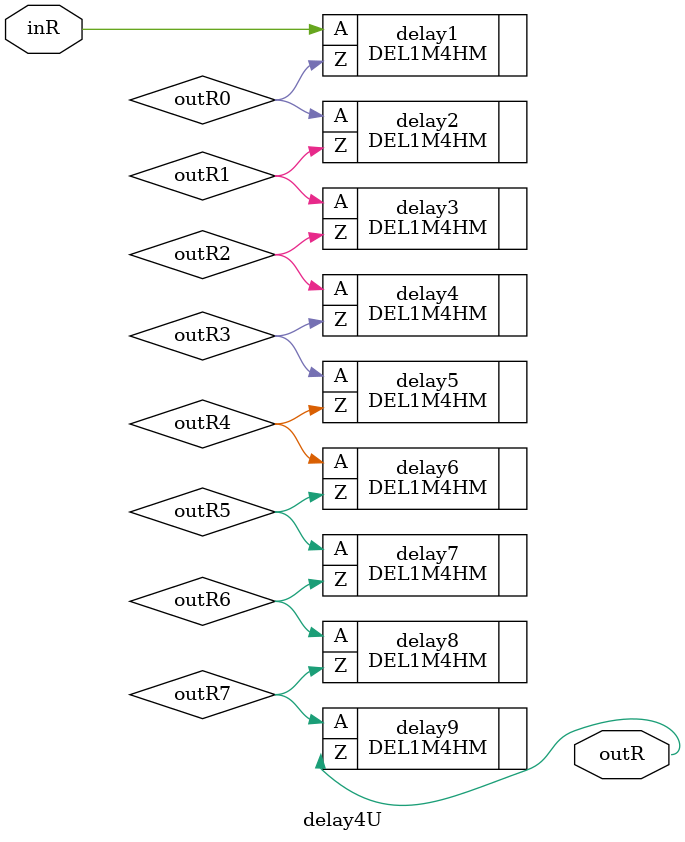
<source format=v>
`timescale 1ns / 1ps

module delay4U(inR, outR);
input inR;
output outR;

wire outR0,outR1,outR2,outR3,outR4,outR5,outR6,outR7;
//DEL4UHDV1 delay1 ( .I(inR), .Z(outR0) );
//DEL4UHDV1 delay2 ( .I(outR0), .Z(outR1) );
//DEL4UHDV1 delay3 ( .I(outR1), .Z(outR2) );
//DLYCLK8S8_X1B_A9TRULP_C40_W3 delay4 ( .A(outR2), .Y(outR3) );
//DLYCLK8S8_X1B_A9TRULP_C40_W3 delay5 ( .A(outR3), .Y(outR4) );
//DEL4UHDV1 delay6 ( .I(outR2), .Z(outR) );
DEL1M4HM delay1 ( .A(inR), .Z(outR0) );
DEL1M4HM delay2 ( .A(outR0), .Z(outR1) );
DEL1M4HM delay3 ( .A(outR1), .Z(outR2) );
DEL1M4HM delay4 ( .A(outR2), .Z(outR3) );
DEL1M4HM delay5 ( .A(outR3), .Z(outR4) );
DEL1M4HM delay6 ( .A(outR4), .Z(outR5) );
DEL1M4HM delay7 ( .A(outR5), .Z(outR6) );
DEL1M4HM delay8 ( .A(outR6), .Z(outR7) );
DEL1M4HM delay9 ( .A(outR7), .Z(outR) );
endmodule

</source>
